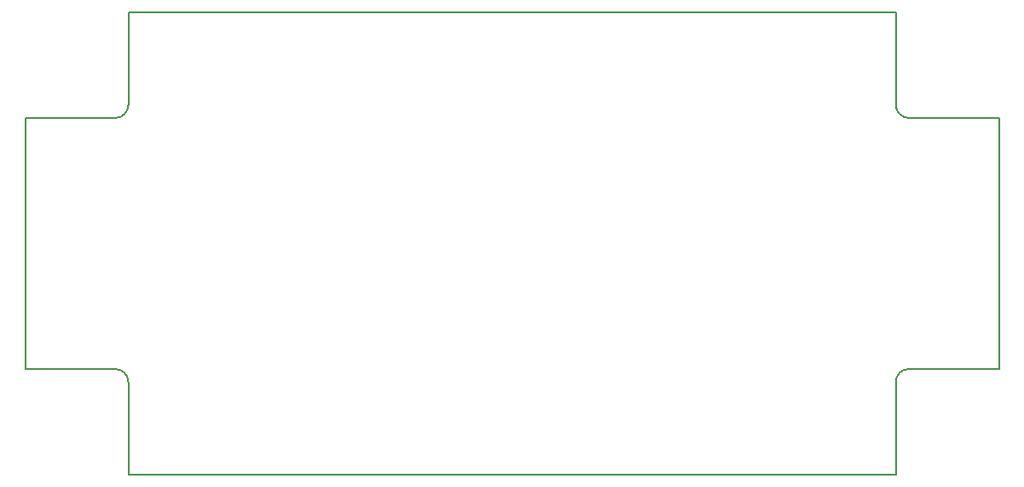
<source format=gbr>
G04 #@! TF.GenerationSoftware,KiCad,Pcbnew,5.0.2-bee76a0~70~ubuntu18.04.1*
G04 #@! TF.CreationDate,2020-01-29T22:32:52+01:00*
G04 #@! TF.ProjectId,opto_board,6f70746f-5f62-46f6-9172-642e6b696361,rev?*
G04 #@! TF.SameCoordinates,Original*
G04 #@! TF.FileFunction,Profile,NP*
%FSLAX46Y46*%
G04 Gerber Fmt 4.6, Leading zero omitted, Abs format (unit mm)*
G04 Created by KiCad (PCBNEW 5.0.2-bee76a0~70~ubuntu18.04.1) date ons 29 jan 2020 22:32:52*
%MOMM*%
%LPD*%
G01*
G04 APERTURE LIST*
%ADD10C,0.150000*%
G04 APERTURE END LIST*
D10*
X151130000Y-102235000D02*
G75*
G02X152400000Y-100965000I1270000J0D01*
G01*
X152400000Y-76835000D02*
G75*
G02X151130000Y-75565000I0J1270000D01*
G01*
X77470000Y-75565000D02*
G75*
G02X76200000Y-76835000I-1270000J0D01*
G01*
X76200000Y-100965000D02*
G75*
G02X77470000Y-102235000I0J-1270000D01*
G01*
X151130000Y-102235000D02*
X151130000Y-111125000D01*
X161040000Y-100965000D02*
X152400000Y-100965000D01*
X77470000Y-102235000D02*
X77470000Y-111125000D01*
X67560000Y-100965000D02*
X76200000Y-100965000D01*
X76200000Y-76835000D02*
X67560000Y-76835000D01*
X77470000Y-66675000D02*
X77470000Y-75565000D01*
X151130000Y-75565000D02*
X151130000Y-66675000D01*
X161040000Y-76835000D02*
X152400000Y-76835000D01*
X151130000Y-66675000D02*
X77470000Y-66675000D01*
X161040000Y-100965000D02*
X161040000Y-76835000D01*
X77470000Y-111125000D02*
X151130000Y-111125000D01*
X67560000Y-76835000D02*
X67560000Y-100965000D01*
M02*

</source>
